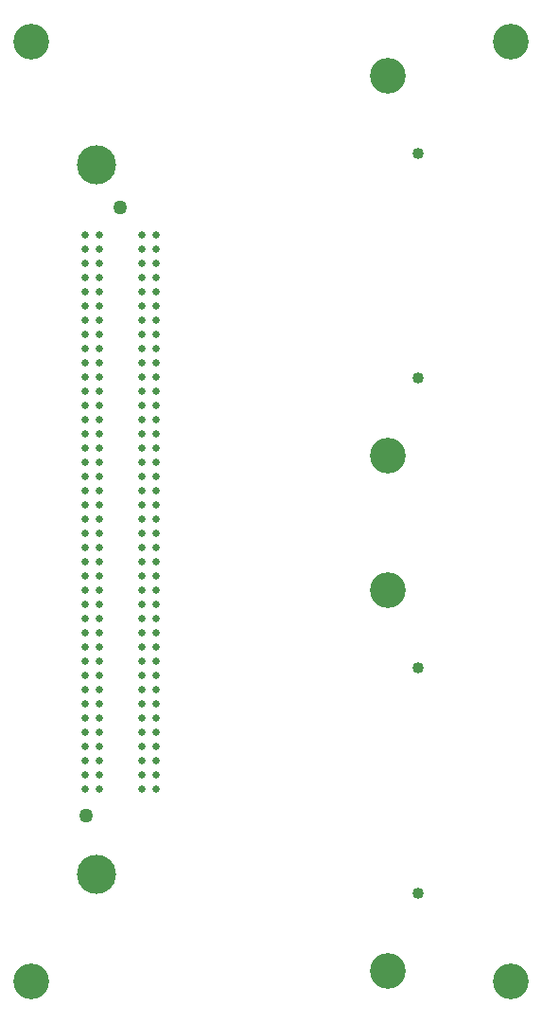
<source format=gbr>
%TF.GenerationSoftware,Altium Limited,Altium Designer,21.5.1 (32)*%
G04 Layer_Color=255*
%FSLAX45Y45*%
%MOMM*%
%TF.SameCoordinates,51D5493F-A844-4614-94AE-4B196E198A34*%
%TF.FilePolarity,Positive*%
%TF.FileFunction,Pads,Bot*%
%TF.Part,Single*%
G01*
G75*
%TA.AperFunction,WasherPad*%
%ADD25C,3.50000*%
%TA.AperFunction,ComponentPad*%
%ADD26C,1.27000*%
%ADD27C,3.19989*%
%ADD28C,1.02006*%
%ADD29C,3.20000*%
%TA.AperFunction,SMDPad,CuDef*%
G04:AMPARAMS|DCode=32|XSize=0.64008mm|YSize=0.64008mm|CornerRadius=0.32004mm|HoleSize=0mm|Usage=FLASHONLY|Rotation=90.000|XOffset=0mm|YOffset=0mm|HoleType=Round|Shape=RoundedRectangle|*
%AMROUNDEDRECTD32*
21,1,0.64008,0.00000,0,0,90.0*
21,1,0.00000,0.64008,0,0,90.0*
1,1,0.64008,0.00000,0.00000*
1,1,0.64008,0.00000,0.00000*
1,1,0.64008,0.00000,0.00000*
1,1,0.64008,0.00000,0.00000*
%
%ADD32ROUNDEDRECTD32*%
D25*
X990000Y7698000D02*
D03*
Y1362000D02*
D03*
D26*
X1200000Y7319070D02*
D03*
X895200Y1880930D02*
D03*
D27*
X3600000Y500000D02*
D03*
Y3900000D02*
D03*
X3600000Y8500000D02*
D03*
Y5100000D02*
D03*
D28*
X3866497Y3206500D02*
D03*
Y1193500D02*
D03*
X3866497Y5793500D02*
D03*
Y7806501D02*
D03*
D29*
X400000Y400000D02*
D03*
Y8800000D02*
D03*
X4700000D02*
D03*
Y400000D02*
D03*
D32*
X1009500Y2123500D02*
D03*
X882500D02*
D03*
X1009500Y2250500D02*
D03*
X882500D02*
D03*
X1009500Y2377500D02*
D03*
X882500D02*
D03*
X1009500Y2504500D02*
D03*
X882500D02*
D03*
X1009500Y2631500D02*
D03*
X882500D02*
D03*
X1009500Y2758500D02*
D03*
X882500D02*
D03*
X1009500Y2885500D02*
D03*
X882500D02*
D03*
X1009500Y3012500D02*
D03*
X882500D02*
D03*
X1009500Y3139500D02*
D03*
X882500D02*
D03*
X1009500Y3266500D02*
D03*
X882500D02*
D03*
X1009500Y3393500D02*
D03*
X882500D02*
D03*
X1009500Y3520500D02*
D03*
X882500D02*
D03*
X1009500Y3647500D02*
D03*
X882500D02*
D03*
X1009500Y3774500D02*
D03*
X882500D02*
D03*
X1009500Y3901500D02*
D03*
X882500D02*
D03*
X1009500Y4028500D02*
D03*
X882500D02*
D03*
X1009500Y4155500D02*
D03*
X882500D02*
D03*
X1009500Y4282500D02*
D03*
X882500D02*
D03*
X1009500Y4409500D02*
D03*
X882500D02*
D03*
X1009500Y4536500D02*
D03*
X882500D02*
D03*
X1009500Y4663500D02*
D03*
X882500D02*
D03*
X1009500Y4790500D02*
D03*
X882500D02*
D03*
X1009500Y4917500D02*
D03*
X882500D02*
D03*
X1009500Y5044500D02*
D03*
X882500D02*
D03*
X1009500Y5171500D02*
D03*
X882500D02*
D03*
X1009500Y5298500D02*
D03*
X882500D02*
D03*
X1009500Y5425500D02*
D03*
X882500D02*
D03*
X1009500Y5552500D02*
D03*
X882500D02*
D03*
X1009500Y5679500D02*
D03*
X882500D02*
D03*
X1009500Y5806500D02*
D03*
X882500D02*
D03*
X1009500Y5933500D02*
D03*
X882500D02*
D03*
X1009500Y6060500D02*
D03*
X882500D02*
D03*
X1009500Y6187500D02*
D03*
X882500D02*
D03*
X1009500Y6314500D02*
D03*
X882500D02*
D03*
X1009500Y6441500D02*
D03*
X882500D02*
D03*
X1009500Y6568500D02*
D03*
X882500D02*
D03*
X1009500Y6695500D02*
D03*
X882500D02*
D03*
X1009500Y6822500D02*
D03*
X882500D02*
D03*
X1009500Y6949500D02*
D03*
X882500D02*
D03*
X1009500Y7076500D02*
D03*
X882500D02*
D03*
X1390500Y2123500D02*
D03*
Y2250500D02*
D03*
Y2377500D02*
D03*
Y2504500D02*
D03*
Y2631500D02*
D03*
Y2758500D02*
D03*
Y2885500D02*
D03*
Y3012500D02*
D03*
Y3139500D02*
D03*
Y3266500D02*
D03*
Y3393500D02*
D03*
Y3520500D02*
D03*
Y3647500D02*
D03*
Y3774500D02*
D03*
Y3901500D02*
D03*
Y4028500D02*
D03*
Y4155500D02*
D03*
Y4282500D02*
D03*
Y4409500D02*
D03*
Y4536500D02*
D03*
Y4663500D02*
D03*
Y4790500D02*
D03*
Y4917500D02*
D03*
Y5044500D02*
D03*
Y5171500D02*
D03*
Y5298500D02*
D03*
Y5425500D02*
D03*
Y5552500D02*
D03*
Y5679500D02*
D03*
Y5806500D02*
D03*
Y5933500D02*
D03*
Y6060500D02*
D03*
Y6187500D02*
D03*
Y6314500D02*
D03*
Y6441500D02*
D03*
Y6568500D02*
D03*
Y6695500D02*
D03*
Y6822500D02*
D03*
Y6949500D02*
D03*
Y7076500D02*
D03*
X1517500Y2123500D02*
D03*
Y2250500D02*
D03*
Y2377500D02*
D03*
Y2504500D02*
D03*
Y2631500D02*
D03*
Y2758500D02*
D03*
Y2885500D02*
D03*
Y3012500D02*
D03*
Y3139500D02*
D03*
Y3266500D02*
D03*
Y3393500D02*
D03*
Y3520500D02*
D03*
Y3647500D02*
D03*
Y3774500D02*
D03*
Y3901500D02*
D03*
Y4028500D02*
D03*
Y4155500D02*
D03*
Y4282500D02*
D03*
Y4409500D02*
D03*
Y4536500D02*
D03*
Y4663500D02*
D03*
Y4790500D02*
D03*
Y4917500D02*
D03*
Y5044500D02*
D03*
Y5171500D02*
D03*
Y5298500D02*
D03*
Y5425500D02*
D03*
Y5552500D02*
D03*
Y5679500D02*
D03*
Y5806500D02*
D03*
Y5933500D02*
D03*
Y6060500D02*
D03*
Y6187500D02*
D03*
Y6314500D02*
D03*
Y6441500D02*
D03*
Y6568500D02*
D03*
Y6695500D02*
D03*
Y6822500D02*
D03*
Y6949500D02*
D03*
Y7076500D02*
D03*
%TF.MD5,7a5af90ce5d88b6f366a0ed671a42fea*%
M02*

</source>
